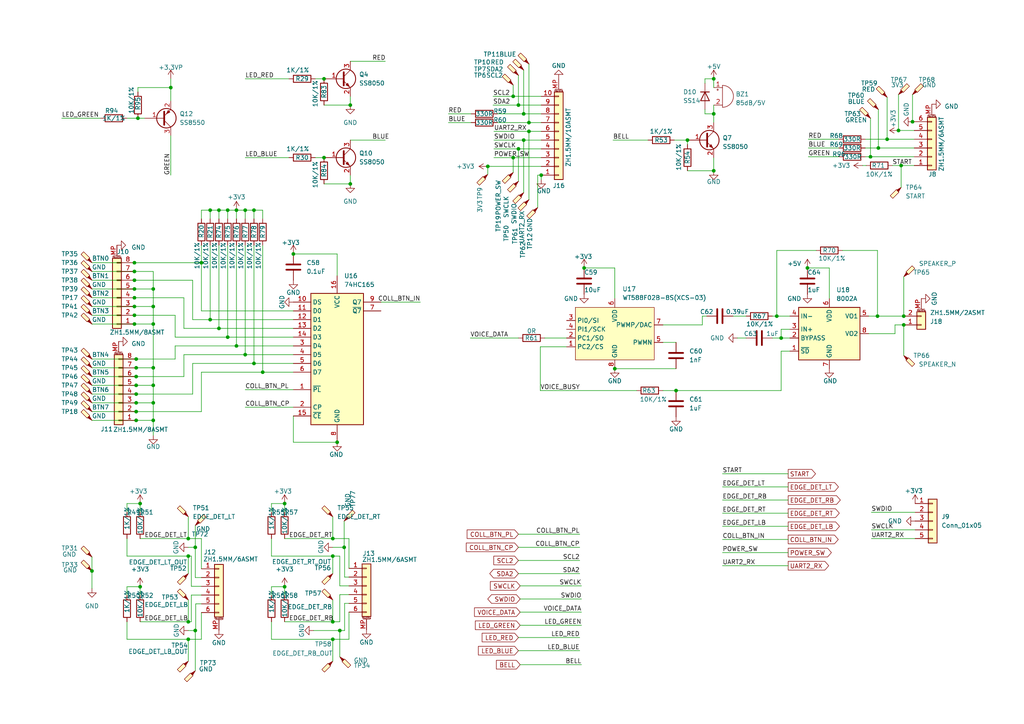
<source format=kicad_sch>
(kicad_sch (version 20231120) (generator "eeschema") (generator_version "8.0")
  (paper "A4")
  (junction (at 141.478 48.26))
  (junction (at 60.96 92.71))
  (junction (at 38.989 91.44))
  (junction (at 38.989 83.82))
  (junction (at 156.972 50.8))
  (junction (at 39.497 106.68))
  (junction (at 73.66 105.41))
  (junction (at 44.45 93.98))
  (junction (at 38.989 88.9))
  (junction (at 56.642 158.75))
  (junction (at 153.416 35.56))
  (junction (at 39.497 104.14))
  (junction (at 252.476 45.466))
  (junction (at 63.5 60.96))
  (junction (at 38.989 93.98))
  (junction (at 262.128 91.694))
  (junction (at 261.366 48.006))
  (junction (at 54.61 185.42))
  (junction (at 254.762 42.926))
  (junction (at 264.668 35.306))
  (junction (at 151.892 40.64))
  (junction (at 96.52 185.42))
  (junction (at 148.844 45.72))
  (junction (at 98.552 182.88))
  (junction (at 101.6 53.34))
  (junction (at 178.308 106.934))
  (junction (at 44.45 116.84))
  (junction (at 38.989 78.74))
  (junction (at 44.45 106.68))
  (junction (at 54.61 156.21))
  (junction (at 85.09 73.66))
  (junction (at 44.45 83.82))
  (junction (at 225.298 91.694))
  (junction (at 39.497 114.3))
  (junction (at 96.52 156.21))
  (junction (at 39.497 119.38))
  (junction (at 68.58 100.33))
  (junction (at 262.128 94.234))
  (junction (at 82.55 170.18))
  (junction (at 150.368 30.48))
  (junction (at 54.61 180.34))
  (junction (at 93.98 45.72))
  (junction (at 153.416 38.1))
  (junction (at 40.64 146.05))
  (junction (at 71.12 60.96))
  (junction (at 66.04 97.79))
  (junction (at 39.497 109.22))
  (junction (at 257.302 40.386))
  (junction (at 97.79 128.27))
  (junction (at 54.61 161.29))
  (junction (at 96.52 161.29))
  (junction (at 207.01 33.02))
  (junction (at 44.45 121.92))
  (junction (at 39.497 111.76))
  (junction (at 148.844 27.94))
  (junction (at 40.64 170.18))
  (junction (at 234.188 77.724))
  (junction (at 76.2 107.95))
  (junction (at 96.52 180.34))
  (junction (at 39.497 121.92))
  (junction (at 151.892 33.02))
  (junction (at 196.088 113.284))
  (junction (at 38.989 86.36))
  (junction (at 207.01 49.53))
  (junction (at 254.508 91.694))
  (junction (at 58.42 76.2))
  (junction (at 226.568 98.044))
  (junction (at 101.6 30.48))
  (junction (at 44.45 88.9))
  (junction (at 49.53 25.4))
  (junction (at 63.5 95.25))
  (junction (at 38.989 76.2))
  (junction (at 26.67 165.608))
  (junction (at 199.39 40.64))
  (junction (at 68.58 60.96))
  (junction (at 169.418 77.724))
  (junction (at 93.98 22.86))
  (junction (at 260.604 37.846))
  (junction (at 150.368 43.18))
  (junction (at 99.822 158.75))
  (junction (at 40.005 34.29))
  (junction (at 60.96 60.96))
  (junction (at 44.45 111.76))
  (junction (at 82.55 146.05))
  (junction (at 56.642 182.88))
  (junction (at 207.01 22.86))
  (junction (at 39.497 116.84))
  (junction (at 66.04 60.96))
  (junction (at 71.12 102.87))
  (junction (at 73.66 60.96))
  (junction (at 38.989 81.28))
  (wire (pts (xy 38.989 83.82) (xy 44.45 83.82)))
  (wire (pts (xy 60.96 92.71) (xy 55.88 92.71)))
  (wire (pts (xy 82.55 156.21) (xy 96.52 156.21)))
  (wire (pts (xy 96.52 156.21) (xy 101.219 156.21)))
  (wire (pts (xy 36.83 156.21) (xy 36.83 161.29)))
  (wire (pts (xy 240.538 77.724) (xy 240.538 86.614)))
  (wire (pts (xy 85.09 92.71) (xy 60.96 92.71)))
  (wire (pts (xy 39.497 109.22) (xy 53.34 109.22)))
  (wire (pts (xy 60.96 60.96) (xy 60.96 63.5)))
  (wire (pts (xy 209.55 148.844) (xy 228.6 148.844)))
  (wire (pts (xy 130.048 33.02) (xy 136.652 33.02)))
  (wire (pts (xy 101.6 17.78) (xy 111.76 17.78)))
  (wire (pts (xy 26.67 91.44) (xy 38.989 91.44)))
  (wire (pts (xy 53.34 95.25) (xy 53.34 86.36)))
  (wire (pts (xy 150.368 21.844) (xy 150.368 30.48)))
  (wire (pts (xy 101.219 177.546) (xy 101.219 185.42)))
  (wire (pts (xy 85.09 95.25) (xy 63.5 95.25)))
  (wire (pts (xy 143.256 45.72) (xy 148.844 45.72)))
  (wire (pts (xy 68.58 60.96) (xy 68.58 63.5)))
  (wire (pts (xy 58.42 170.053) (xy 55.499 170.053)))
  (wire (pts (xy 209.55 156.464) (xy 228.6 156.464)))
  (wire (pts (xy 226.568 113.284) (xy 226.568 101.854)))
  (wire (pts (xy 150.368 43.18) (xy 156.972 43.18)))
  (wire (pts (xy 85.09 128.27) (xy 97.79 128.27)))
  (wire (pts (xy 150.876 192.786) (xy 168.656 192.786)))
  (wire (pts (xy 150.876 173.736) (xy 168.656 173.736)))
  (wire (pts (xy 212.598 91.694) (xy 216.408 91.694)))
  (wire (pts (xy 209.55 137.414) (xy 228.6 137.414)))
  (wire (pts (xy 136.398 98.044) (xy 150.368 98.044)))
  (wire (pts (xy 58.42 167.513) (xy 56.642 167.513)))
  (wire (pts (xy 55.88 105.41) (xy 55.88 114.3)))
  (wire (pts (xy 58.42 63.5) (xy 58.42 60.96)))
  (wire (pts (xy 151.892 20.32) (xy 151.892 33.02)))
  (wire (pts (xy 156.972 50.8) (xy 156.972 52.07)))
  (wire (pts (xy 38.989 78.74) (xy 44.45 78.74)))
  (wire (pts (xy 250.952 42.926) (xy 254.762 42.926)))
  (wire (pts (xy 53.34 102.87) (xy 53.34 109.22)))
  (wire (pts (xy 54.61 185.42) (xy 54.61 191.77)))
  (wire (pts (xy 68.58 100.33) (xy 50.8 100.33)))
  (wire (pts (xy 151.892 40.64) (xy 156.972 40.64)))
  (wire (pts (xy 26.67 165.608) (xy 26.67 170.688)))
  (wire (pts (xy 258.826 48.006) (xy 261.366 48.006)))
  (wire (pts (xy 55.499 172.593) (xy 55.499 180.34)))
  (wire (pts (xy 58.42 156.21) (xy 58.42 164.973)))
  (wire (pts (xy 150.368 154.94) (xy 168.148 154.94)))
  (wire (pts (xy 36.83 172.72) (xy 36.83 170.18)))
  (wire (pts (xy 54.61 182.88) (xy 56.642 182.88)))
  (wire (pts (xy 36.83 148.59) (xy 36.83 146.05)))
  (wire (pts (xy 98.552 180.34) (xy 96.52 180.34)))
  (wire (pts (xy 148.844 45.72) (xy 148.844 50.038)))
  (wire (pts (xy 204.47 24.13) (xy 204.47 22.86)))
  (wire (pts (xy 234.188 77.724) (xy 240.538 77.724)))
  (wire (pts (xy 264.668 35.306) (xy 265.176 35.306)))
  (wire (pts (xy 56.642 194.564) (xy 56.642 182.88)))
  (wire (pts (xy 96.52 161.29) (xy 98.552 161.29)))
  (wire (pts (xy 252.73 148.59) (xy 265.43 148.59)))
  (wire (pts (xy 151.892 33.02) (xy 156.972 33.02)))
  (wire (pts (xy 207.01 30.48) (xy 207.01 33.02)))
  (wire (pts (xy 101.219 185.42) (xy 96.52 185.42)))
  (wire (pts (xy 260.604 37.846) (xy 265.176 37.846)))
  (wire (pts (xy 36.83 185.42) (xy 54.61 185.42)))
  (wire (pts (xy 44.45 116.84) (xy 44.45 121.92)))
  (wire (pts (xy 204.47 33.02) (xy 207.01 33.02)))
  (wire (pts (xy 207.01 33.02) (xy 207.01 35.56)))
  (wire (pts (xy 78.74 185.42) (xy 96.52 185.42)))
  (wire (pts (xy 40.005 25.4) (xy 49.53 25.4)))
  (wire (pts (xy 36.83 161.29) (xy 54.61 161.29)))
  (wire (pts (xy 26.67 106.68) (xy 39.497 106.68)))
  (wire (pts (xy 251.968 96.774) (xy 259.588 96.774)))
  (wire (pts (xy 254.762 42.926) (xy 265.176 42.926)))
  (wire (pts (xy 85.09 73.66) (xy 97.79 73.66)))
  (wire (pts (xy 261.366 48.006) (xy 265.176 48.006)))
  (wire (pts (xy 262.128 94.234) (xy 262.128 103.124)))
  (wire (pts (xy 99.949 158.75) (xy 99.949 167.386)))
  (wire (pts (xy 85.09 97.79) (xy 66.04 97.79)))
  (wire (pts (xy 196.088 99.314) (xy 192.278 99.314)))
  (wire (pts (xy 244.348 72.644) (xy 254.508 72.644)))
  (wire (pts (xy 99.822 151.13) (xy 99.822 158.75)))
  (wire (pts (xy 96.52 185.42) (xy 96.52 191.77)))
  (wire (pts (xy 58.42 177.673) (xy 58.42 185.42)))
  (wire (pts (xy 209.55 145.034) (xy 228.6 145.034)))
  (wire (pts (xy 204.47 22.86) (xy 207.01 22.86)))
  (wire (pts (xy 85.09 90.17) (xy 58.42 90.17)))
  (wire (pts (xy 91.44 22.86) (xy 93.98 22.86)))
  (wire (pts (xy 91.44 45.72) (xy 93.98 45.72)))
  (wire (pts (xy 71.12 45.72) (xy 83.82 45.72)))
  (wire (pts (xy 234.442 45.466) (xy 243.332 45.466)))
  (wire (pts (xy 199.39 40.64) (xy 199.39 41.91)))
  (wire (pts (xy 71.12 60.96) (xy 71.12 63.5)))
  (wire (pts (xy 262.128 80.264) (xy 262.128 91.694)))
  (wire (pts (xy 98.552 161.29) (xy 98.552 169.926)))
  (wire (pts (xy 101.219 172.466) (xy 98.552 172.466)))
  (wire (pts (xy 26.67 114.3) (xy 39.497 114.3)))
  (wire (pts (xy 58.42 107.95) (xy 58.42 119.38)))
  (wire (pts (xy 50.8 100.33) (xy 50.8 104.14)))
  (wire (pts (xy 252.73 156.21) (xy 265.43 156.21)))
  (wire (pts (xy 50.8 97.79) (xy 50.8 91.44)))
  (wire (pts (xy 78.74 146.05) (xy 82.55 146.05)))
  (wire (pts (xy 40.005 34.29) (xy 41.91 34.29)))
  (wire (pts (xy 150.876 181.356) (xy 168.656 181.356)))
  (wire (pts (xy 55.499 161.29) (xy 54.61 161.29)))
  (wire (pts (xy 26.67 83.82) (xy 38.989 83.82)))
  (wire (pts (xy 225.298 91.694) (xy 229.108 91.694)))
  (wire (pts (xy 71.12 22.86) (xy 83.82 22.86)))
  (wire (pts (xy 150.368 184.912) (xy 168.148 184.912)))
  (wire (pts (xy 55.499 170.053) (xy 55.499 161.29)))
  (wire (pts (xy 99.822 158.75) (xy 99.949 158.75)))
  (wire (pts (xy 229.108 95.504) (xy 226.568 95.504)))
  (wire (pts (xy 78.74 148.59) (xy 78.74 146.05)))
  (wire (pts (xy 26.67 76.2) (xy 38.989 76.2)))
  (wire (pts (xy 178.308 77.724) (xy 178.308 86.614)))
  (wire (pts (xy 252.73 153.67) (xy 265.43 153.67)))
  (wire (pts (xy 38.989 86.36) (xy 53.34 86.36)))
  (wire (pts (xy 58.42 185.42) (xy 54.61 185.42)))
  (wire (pts (xy 150.368 188.722) (xy 168.148 188.722)))
  (wire (pts (xy 76.2 60.96) (xy 76.2 63.5)))
  (wire (pts (xy 49.53 25.4) (xy 49.53 29.21)))
  (wire (pts (xy 207.01 22.86) (xy 207.01 25.4)))
  (wire (pts (xy 250.19 48.006) (xy 251.206 48.006)))
  (wire (pts (xy 82.55 146.05) (xy 82.55 148.59)))
  (wire (pts (xy 60.96 60.96) (xy 63.5 60.96)))
  (wire (pts (xy 71.12 118.11) (xy 85.09 118.11)))
  (wire (pts (xy 71.12 113.03) (xy 85.09 113.03)))
  (wire (pts (xy 44.45 121.92) (xy 44.45 126.238)))
  (wire (pts (xy 76.2 71.12) (xy 76.2 107.95)))
  (wire (pts (xy 99.949 182.88) (xy 99.949 175.006)))
  (wire (pts (xy 60.96 71.12) (xy 60.96 92.71)))
  (wire (pts (xy 254.762 31.75) (xy 254.762 42.926)))
  (wire (pts (xy 63.5 95.25) (xy 53.34 95.25)))
  (wire (pts (xy 26.67 119.38) (xy 39.497 119.38)))
  (wire (pts (xy 73.66 60.96) (xy 76.2 60.96)))
  (wire (pts (xy 55.88 92.71) (xy 55.88 81.28)))
  (wire (pts (xy 207.01 45.72) (xy 207.01 49.53)))
  (wire (pts (xy 143.002 27.94) (xy 148.844 27.94)))
  (wire (pts (xy 143.256 43.18) (xy 150.368 43.18)))
  (wire (pts (xy 85.09 102.87) (xy 71.12 102.87)))
  (wire (pts (xy 141.478 50.546) (xy 141.478 48.26)))
  (wire (pts (xy 54.61 173.99) (xy 54.61 180.34)))
  (wire (pts (xy 85.09 120.65) (xy 85.09 128.27)))
  (wire (pts (xy 71.12 60.96) (xy 73.66 60.96)))
  (wire (pts (xy 150.368 30.48) (xy 156.972 30.48)))
  (wire (pts (xy 143.256 40.64) (xy 151.892 40.64)))
  (wire (pts (xy 226.568 95.504) (xy 226.568 98.044)))
  (wire (pts (xy 130.048 35.56) (xy 136.652 35.56)))
  (wire (pts (xy 98.552 172.466) (xy 98.552 180.34)))
  (wire (pts (xy 101.6 27.94) (xy 101.6 30.48)))
  (wire (pts (xy 44.45 93.98) (xy 44.45 106.68)))
  (wire (pts (xy 39.497 104.14) (xy 50.8 104.14)))
  (wire (pts (xy 192.278 94.234) (xy 203.708 94.234)))
  (wire (pts (xy 39.497 111.76) (xy 44.45 111.76)))
  (wire (pts (xy 54.61 161.29) (xy 54.61 166.37)))
  (wire (pts (xy 58.42 172.593) (xy 55.499 172.593)))
  (wire (pts (xy 254.508 91.694) (xy 251.968 91.694)))
  (wire (pts (xy 71.12 102.87) (xy 53.34 102.87)))
  (wire (pts (xy 38.989 88.9) (xy 44.45 88.9)))
  (wire (pts (xy 58.42 90.17) (xy 58.42 76.2)))
  (wire (pts (xy 66.04 60.96) (xy 68.58 60.96)))
  (wire (pts (xy 153.416 35.56) (xy 156.972 35.56)))
  (wire (pts (xy 209.55 152.654) (xy 228.6 152.654)))
  (wire (pts (xy 195.58 40.64) (xy 199.39 40.64)))
  (wire (pts (xy 153.416 18.542) (xy 153.416 35.56)))
  (wire (pts (xy 26.67 88.9) (xy 38.989 88.9)))
  (wire (pts (xy 26.67 121.92) (xy 39.497 121.92)))
  (wire (pts (xy 178.308 106.934) (xy 196.088 106.934)))
  (wire (pts (xy 85.09 100.33) (xy 68.58 100.33)))
  (wire (pts (xy 78.74 172.72) (xy 78.74 170.18)))
  (wire (pts (xy 40.64 156.21) (xy 54.61 156.21)))
  (wire (pts (xy 44.45 88.9) (xy 44.45 93.98)))
  (wire (pts (xy 44.45 106.68) (xy 44.45 111.76)))
  (wire (pts (xy 66.04 71.12) (xy 66.04 97.79)))
  (wire (pts (xy 153.416 38.1) (xy 153.416 57.912)))
  (wire (pts (xy 150.876 169.926) (xy 168.656 169.926)))
  (wire (pts (xy 234.442 42.926) (xy 243.332 42.926)))
  (wire (pts (xy 39.497 119.38) (xy 58.42 119.38)))
  (wire (pts (xy 225.298 72.644) (xy 225.298 91.694)))
  (wire (pts (xy 204.47 33.02) (xy 204.47 31.75)))
  (wire (pts (xy 196.088 113.284) (xy 226.568 113.284)))
  (wire (pts (xy 143.256 38.1) (xy 153.416 38.1)))
  (wire (pts (xy 38.989 93.98) (xy 44.45 93.98)))
  (wire (pts (xy 38.989 91.44) (xy 50.8 91.44)))
  (wire (pts (xy 40.64 146.05) (xy 40.64 148.59)))
  (wire (pts (xy 71.12 71.12) (xy 71.12 102.87)))
  (wire (pts (xy 85.09 105.41) (xy 73.66 105.41)))
  (wire (pts (xy 40.64 170.18) (xy 40.64 172.72)))
  (wire (pts (xy 110.49 87.63) (xy 121.92 87.63)))
  (wire (pts (xy 58.42 71.12) (xy 58.42 76.2)))
  (wire (pts (xy 144.272 33.02) (xy 151.892 33.02)))
  (wire (pts (xy 252.476 34.29) (xy 252.476 45.466)))
  (wire (pts (xy 199.39 49.53) (xy 207.01 49.53)))
  (wire (pts (xy 26.67 93.98) (xy 38.989 93.98)))
  (wire (pts (xy 26.67 81.28) (xy 38.989 81.28)))
  (wire (pts (xy 73.66 105.41) (xy 55.88 105.41)))
  (wire (pts (xy 54.61 149.86) (xy 54.61 156.21)))
  (wire (pts (xy 96.52 161.29) (xy 96.52 166.37)))
  (wire (pts (xy 56.642 158.75) (xy 56.642 167.513)))
  (wire (pts (xy 254.508 91.694) (xy 262.128 91.694)))
  (wire (pts (xy 44.45 83.82) (xy 44.45 88.9)))
  (wire (pts (xy 177.8 40.64) (xy 187.96 40.64)))
  (wire (pts (xy 264.668 27.432) (xy 264.668 35.306)))
  (wire (pts (xy 261.366 48.006) (xy 261.366 54.356)))
  (wire (pts (xy 156.718 113.284) (xy 156.718 100.584)))
  (wire (pts (xy 157.988 98.044) (xy 164.338 98.044)))
  (wire (pts (xy 226.568 101.854) (xy 229.108 101.854)))
  (wire (pts (xy 63.5 60.96) (xy 63.5 63.5)))
  (wire (pts (xy 56.642 158.75) (xy 54.61 158.75)))
  (wire (pts (xy 203.708 91.694) (xy 203.708 94.234)))
  (wire (pts (xy 44.45 78.74) (xy 44.45 83.82)))
  (wire (pts (xy 39.497 114.3) (xy 55.88 114.3)))
  (wire (pts (xy 76.2 107.95) (xy 58.42 107.95)))
  (wire (pts (xy 151.892 55.88) (xy 151.892 40.64)))
  (wire (pts (xy 36.83 180.34) (xy 36.83 185.42)))
  (wire (pts (xy 26.67 116.84) (xy 39.497 116.84)))
  (wire (pts (xy 40.005 25.4) (xy 40.005 26.67)))
  (wire (pts (xy 56.769 175.133) (xy 56.769 182.88)))
  (wire (pts (xy 39.497 116.84) (xy 44.45 116.84)))
  (wire (pts (xy 148.844 24.638) (xy 148.844 27.94)))
  (wire (pts (xy 203.708 91.694) (xy 204.978 91.694)))
  (wire (pts (xy 38.989 76.2) (xy 58.42 76.2)))
  (wire (pts (xy 257.302 28.194) (xy 257.302 40.386)))
  (wire (pts (xy 101.6 40.64) (xy 111.76 40.64)))
  (wire (pts (xy 90.932 182.88) (xy 98.552 182.88)))
  (wire (pts (xy 78.74 161.29) (xy 96.52 161.29)))
  (wire (pts (xy 97.79 73.66) (xy 97.79 80.01)))
  (wire (pts (xy 98.552 169.926) (xy 101.219 169.926)))
  (wire (pts (xy 68.58 71.12) (xy 68.58 100.33)))
  (wire (pts (xy 155.956 60.198) (xy 155.956 50.8)))
  (wire (pts (xy 82.55 170.18) (xy 82.55 172.72)))
  (wire (pts (xy 259.588 96.774) (xy 259.588 94.234)))
  (wire (pts (xy 209.55 141.224) (xy 228.6 141.224)))
  (wire (pts (xy 49.53 22.86) (xy 49.53 25.4)))
  (wire (pts (xy 26.67 109.22) (xy 39.497 109.22)))
  (wire (pts (xy 49.53 39.37) (xy 49.53 50.8)))
  (wire (pts (xy 155.956 50.8) (xy 156.972 50.8)))
  (wire (pts (xy 17.907 34.29) (xy 29.21 34.29)))
  (wire (pts (xy 156.718 100.584) (xy 164.338 100.584)))
  (wire (pts (xy 224.028 91.694) (xy 225.298 91.694)))
  (wire (pts (xy 148.844 45.72) (xy 156.972 45.72)))
  (wire (pts (xy 85.09 107.95) (xy 76.2 107.95)))
  (wire (pts (xy 58.42 60.96) (xy 60.96 60.96)))
  (wire (pts (xy 234.442 40.386) (xy 243.332 40.386)))
  (wire (pts (xy 101.219 156.21) (xy 101.219 164.846)))
  (wire (pts (xy 73.66 60.96) (xy 73.66 63.5)))
  (wire (pts (xy 236.728 72.644) (xy 225.298 72.644)))
  (wire (pts (xy 63.5 60.96) (xy 66.04 60.96)))
  (wire (pts (xy 26.67 78.74) (xy 38.989 78.74)))
  (wire (pts (xy 98.552 190.5) (xy 98.552 182.88)))
  (wire (pts (xy 224.028 98.044) (xy 226.568 98.044)))
  (wire (pts (xy 56.642 152.4) (xy 56.642 158.75)))
  (wire (pts (xy 216.408 98.044) (xy 213.868 98.044)))
  (wire (pts (xy 254.508 72.644) (xy 254.508 91.694)))
  (wire (pts (xy 143.002 30.48) (xy 150.368 30.48)))
  (wire (pts (xy 78.74 170.18) (xy 82.55 170.18)))
  (wire (pts (xy 26.67 104.14) (xy 39.497 104.14)))
  (wire (pts (xy 39.497 121.92) (xy 44.45 121.92)))
  (wire (pts (xy 250.952 40.386) (xy 257.302 40.386)))
  (wire (pts (xy 82.55 180.34) (xy 96.52 180.34)))
  (wire (pts (xy 66.04 97.79) (xy 50.8 97.79)))
  (wire (pts (xy 150.876 177.546) (xy 168.656 177.546)))
  (wire (pts (xy 36.83 170.18) (xy 40.64 170.18)))
  (wire (pts (xy 26.67 111.76) (xy 39.497 111.76)))
  (wire (pts (xy 101.6 50.8) (xy 101.6 53.34)))
  (wire (pts (xy 56.642 182.88) (xy 56.769 182.88)))
  (wire (pts (xy 54.61 156.21) (xy 58.42 156.21)))
  (wire (pts (xy 26.67 161.544) (xy 26.67 165.608)))
  (wire (pts (xy 96.52 173.99) (xy 96.52 180.34)))
  (wire (pts (xy 98.552 182.88) (xy 99.949 182.88)))
  (wire (pts (xy 38.989 81.28) (xy 55.88 81.28)))
  (wire (pts (xy 99.949 175.006) (xy 101.219 175.006)))
  (wire (pts (xy 257.302 40.386) (xy 265.176 40.386)))
  (wire (pts (xy 26.67 86.36) (xy 38.989 86.36)))
  (wire (pts (xy 153.416 38.1) (xy 156.972 38.1)))
  (wire (pts (xy 39.497 106.68) (xy 44.45 106.68)))
  (wire (pts (xy 169.418 77.724) (xy 178.308 77.724)))
  (wire (pts (xy 260.604 27.432) (xy 260.604 37.846)))
  (wire (pts (xy 184.658 113.284) (xy 156.718 113.284)))
  (wire (pts (xy 36.83 146.05) (xy 40.64 146.05)))
  (wire (pts (xy 148.844 27.94) (xy 156.972 27.94)))
  (wire (pts (xy 101.6 53.34) (xy 93.98 53.34)))
  (wire (pts (xy 226.568 98.044) (xy 229.108 98.044)))
  (wire (pts (xy 252.476 45.466) (xy 265.176 45.466)))
  (wire (pts (xy 66.04 60.96) (xy 66.04 63.5)))
  (wire (pts (xy 192.278 113.284) (xy 196.088 113.284)))
  (wire (pts (xy 36.83 34.29) (xy 40.005 34.29)))
  (wire (pts (xy 150.368 166.37) (xy 168.148 166.37)))
  (wire (pts (xy 99.949 167.386) (xy 101.219 167.386)))
  (wire (pts (xy 44.45 111.76) (xy 44.45 116.84)))
  (wire (pts (xy 150.368 52.578) (xy 150.368 43.18)))
  (wire (pts (xy 78.74 156.21) (xy 78.74 161.29)))
  (wire (pts (xy 209.55 160.274) (xy 228.6 160.274)))
  (wire (pts (xy 96.52 158.75) (xy 99.822 158.75)))
  (wire (pts (xy 150.368 162.56) (xy 168.148 162.56)))
  (wire (pts (xy 58.42 175.133) (xy 56.769 175.133)))
  (wire (pts (xy 150.368 158.75) (xy 168.148 158.75)))
  (wire (pts (xy 141.478 48.26) (xy 156.972 48.26)))
  (wire (pts (xy 63.5 71.12) (xy 63.5 95.25)))
  (wire (pts (xy 144.272 35.56) (xy 153.416 35.56)))
  (wire (pts (xy 209.55 164.084) (xy 228.6 164.084)))
  (wire (pts (xy 250.952 45.466) (xy 252.476 45.466)))
  (wire (pts (xy 101.6 30.48) (xy 93.98 30.48)))
  (wire (pts (xy 78.74 180.34) (xy 78.74 185.42)))
  (wire (pts (xy 55.499 180.34) (xy 54.61 180.34)))
  (wire (pts (xy 40.64 180.34) (xy 54.61 180.34)))
  (wire (pts (xy 68.58 60.96) (xy 71.12 60.96)))
  (wire (pts (xy 96.52 149.86) (xy 96.52 156.21)))
  (wire (pts (xy 259.588 94.234) (xy 262.128 94.234)))
  (wire (pts (xy 73.66 71.12) (xy 73.66 105.41)))
  (label "SWCLK" (at 168.656 169.926 180))
  (label "UART2_RX" (at 143.256 38.1 0))
  (label "BELL" (at 177.8 40.64 0))
  (label "EDGE_DET_LB" (at 41.91 180.34 0))
  (label "SWDIO" (at 168.656 173.736 180))
  (label "EDGE_DET_RT" (at 209.55 148.844 0))
  (label "SWCLK" (at 252.73 153.67 0))
  (label "LED_RED" (at 71.12 22.86 0))
  (label "SDA2" (at 168.148 166.37 180))
  (label "SWCLK" (at 143.256 43.18 0))
  (label "UART2_RX" (at 209.55 164.084 0))
  (label "EDGE_DET_LB" (at 209.55 152.654 0))
  (label "POWER_SW" (at 143.256 45.72 0))
  (label "EDGE_DET_RT" (at 83.82 156.21 0))
  (label "COLL_BTN_IN" (at 121.92 87.63 180))
  (label "EDGE_DET_RB" (at 209.55 145.034 0))
  (label "LED_BLUE" (at 71.12 45.72 0))
  (label "LED_RED" (at 168.148 184.912 180))
  (label "BLUE" (at 130.048 35.56 0))
  (label "COLL_BTN_IN" (at 209.55 156.464 0))
  (label "EDGE_DET_LT" (at 209.55 141.224 0))
  (label "COLL_BTN_PL" (at 168.148 154.94 180))
  (label "COLL_BTN_CP" (at 71.12 118.11 0))
  (label "SCL2" (at 143.002 27.94 0))
  (label "GREEN" (at 234.442 45.466 0))
  (label "LED_GREEN" (at 17.907 34.29 0))
  (label "BELL" (at 168.656 192.786 180))
  (label "EDGE_DET_RB" (at 83.82 180.34 0))
  (label "VOICE_DATA" (at 168.656 177.546 180))
  (label "BLUE" (at 107.95 40.64 0))
  (label "RED" (at 234.442 40.386 0))
  (label "COLL_BTN_CP" (at 168.148 158.75 180))
  (label "UART2_RX" (at 252.73 156.21 0))
  (label "SDA2" (at 143.002 30.48 0))
  (label "RED" (at 107.95 17.78 0))
  (label "LED_BLUE" (at 168.148 188.722 180))
  (label "EDGE_DET_LT" (at 41.91 156.21 0))
  (label "BLUE" (at 234.442 42.926 0))
  (label "START" (at 209.55 137.414 0))
  (label "COLL_BTN_PL" (at 71.12 113.03 0))
  (label "POWER_SW" (at 209.55 160.274 0))
  (label "LED_GREEN" (at 168.656 181.356 180))
  (label "VOICE_DATA" (at 136.398 98.044 0))
  (label "VOICE_BUSY" (at 156.718 113.284 0))
  (label "SCL2" (at 168.148 162.56 180))
  (label "SWDIO" (at 143.256 40.64 0))
  (label "SWDIO" (at 252.73 148.59 0))
  (label "RED" (at 130.048 33.02 0))
  (label "START" (at 258.826 48.006 0))
  (label "GREEN" (at 49.53 50.8 90))
  (global_label "COLL_BTN_PL" (shape input) (at 150.368 154.94 180) (property "Intersheetrefs" "${INTERSHEET_REFS}" (effects (hide yes))))
  (global_label "SDA2" (shape bidirectional) (at 150.368 166.37 180) (property "Intersheetrefs" "${INTERSHEET_REFS}" (effects (hide yes))))
  (global_label "POWER_SW" (shape output) (at 228.6 160.274 0) (property "Intersheetrefs" "${INTERSHEET_REFS}" (effects (hide yes))))
  (global_label "LED_RED" (shape input) (at 150.368 184.912 180) (property "Intersheetrefs" "${INTERSHEET_REFS}" (effects (hide yes))))
  (global_label "EDGE_DET_RT" (shape output) (at 228.6 148.844 0) (property "Intersheetrefs" "${INTERSHEET_REFS}" (effects (hide yes))))
  (global_label "SWDIO" (shape bidirectional) (at 150.876 173.736 180) (property "Intersheetrefs" "${INTERSHEET_REFS}" (effects (hide yes))))
  (global_label "COLL_BTN_IN" (shape output) (at 228.6 156.464 0) (property "Intersheetrefs" "${INTERSHEET_REFS}" (effects (hide yes))))
  (global_label "EDGE_DET_LT" (shape output) (at 228.6 141.224 0) (property "Intersheetrefs" "${INTERSHEET_REFS}" (effects (hide yes))))
  (global_label "EDGE_DET_LB" (shape output) (at 228.6 152.654 0) (property "Intersheetrefs" "${INTERSHEET_REFS}" (effects (hide yes))))
  (global_label "START" (shape output) (at 228.6 137.414 0) (property "Intersheetrefs" "${INTERSHEET_REFS}" (effects (hide yes))))
  (global_label "SWCLK" (shape input) (at 150.876 169.926 180) (property "Intersheetrefs" "${INTERSHEET_REFS}" (effects (hide yes))))
  (global_label "VOICE_DATA" (shape input) (at 150.876 177.546 180) (property "Intersheetrefs" "${INTERSHEET_REFS}" (effects (hide yes))))
  (global_label "SCL2" (shape input) (at 150.368 162.56 180) (property "Intersheetrefs" "${INTERSHEET_REFS}" (effects (hide yes))))
  (global_label "LED_BLUE" (shape input) (at 150.368 188.722 180) (property "Intersheetrefs" "${INTERSHEET_REFS}" (effects (hide yes))))
  (global_label "COLL_BTN_CP" (shape input) (at 150.368 158.75 180) (property "Intersheetrefs" "${INTERSHEET_REFS}" (effects (hide yes))))
  (global_label "UART2_RX" (shape output) (at 228.6 164.084 0) (property "Intersheetrefs" "${INTERSHEET_REFS}" (effects (hide yes))))
  (global_label "EDGE_DET_RB" (shape output) (at 228.6 145.034 0) (property "Intersheetrefs" "${INTERSHEET_REFS}" (effects (hide yes))))
  (global_label "LED_GREEN" (shape input) (at 150.876 181.356 180) (property "Intersheetrefs" "${INTERSHEET_REFS}" (effects (hide yes))))
  (global_label "BELL" (shape input) (at 150.876 192.786 180) (property "Intersheetrefs" "${INTERSHEET_REFS}" (effects (hide yes))))
  (symbol (lib_id "Ovo_Amplifier:8002A") (at 240.538 96.774 0) (unit 1)
    (property "Reference" "U18" (at 242.5574 84.074 0) (effects (justify left)))
    (property "Value" "8002A" (at 242.5574 86.614 0) (effects (justify left)))
    (property "Footprint" "Package_SO:SOIC-8_3.9x4.9mm_P1.27mm" (effects (hide yes)))
  )
  (symbol (lib_id "Connector:TestPoint_Probe") (at 153.416 57.912 180) (unit 1)
    (property "Reference" "TP62" (at 151.638 74.93 90) (effects (justify right)))
    (property "Value" "UART2_RX" (at 151.384 70.612 90) (effects (justify right)))
    (property "Footprint" "TestPoint:TestPoint_Pad_D1.0mm" (effects (hide yes)))
  )
  (symbol (lib_id "Connector:TestPoint_Probe") (at 264.668 27.432 0) (unit 1)
    (property "Reference" "TP68" (at 271.272 23.114 0) (effects (justify right)))
    (property "Value" "GND" (at 271.526 24.638 0) (effects (justify right)))
    (property "Footprint" "TestPoint:TestPoint_Pad_D1.0mm" (effects (hide yes)))
  )
  (symbol (lib_id "Device:R") (at 93.98 26.67 180) (unit 1)
    (property "Reference" "R83" (at 93.98 28.575 90) (effects (justify right)))
    (property "Value" "10K/1%" (at 91.44 31.115 90) (effects (justify right)))
    (property "Footprint" "Resistor_SMD:R_0603_1608Metric" (effects (hide yes)))
  )
  (symbol (lib_id "Device:R") (at 63.5 67.31 0) (unit 1)
    (property "Reference" "R74" (at 63.5 69.215 90) (effects (justify left)))
    (property "Value" "10K/1%" (at 62.23 78.105 90) (effects (justify left)))
    (property "Footprint" "Resistor_SMD:R_0603_1608Metric" (effects (hide yes)))
  )
  (symbol (lib_id "Device:C") (at 234.188 81.534 0) (unit 1)
    (property "Reference" "C64" (at 234.188 78.994 0) (effects (justify left)))
    (property "Value" "1uF" (at 234.188 84.074 0) (effects (justify left)))
    (property "Footprint" "Capacitor_SMD:C_0603_1608Metric" (effects (hide yes)))
  )
  (symbol (lib_id "Connector:TestPoint_Probe") (at 26.67 106.68 90) (unit 1)
    (property "Reference" "TP44" (at 17.78 104.14 90) (effects (justify right)))
    (property "Value" "GND" (at 26.67 105.41 90) (effects (justify right)))
    (property "Footprint" "TestPoint:TestPoint_Pad_D1.0mm" (effects (hide yes)))
  )
  (symbol (lib_id "Connector_Generic_MountingPin:Conn_01x06_MountingPin") (at 63.5 170.053 0) (unit 1)
    (property "Reference" "J12" (at 59.055 160.147 0) (effects (justify left)))
    (property "Value" "ZH1.5MM/6ASMT" (at 58.928 162.179 0) (effects (justify left)))
    (property "Footprint" "Ovo_Connector_JST:JST_ZH_B6B-ZR-SM4-TF_1x06-1MP_P1.50mm_Vertical" (effects (hide yes)))
  )
  (symbol (lib_id "Connector:TestPoint_Probe") (at 54.61 149.86 90) (unit 1)
    (property "Reference" "TP51" (at 55.88 147.32 90) (effects (justify right)))
    (property "Value" "EDGE_DET_LT" (at 55.88 149.86 90) (effects (justify right)))
    (property "Footprint" "TestPoint:TestPoint_Pad_D1.0mm" (effects (hide yes)))
  )
  (symbol (lib_id "power:+3V3") (at 141.478 48.26 90) (unit 1)
    (property "Reference" "#PWR0214" (effects (hide yes)))
    (property "Value" "+3V3" (at 137.668 48.2599 90) (effects (justify left)))
  )
  (symbol (lib_id "Device:R") (at 40.64 152.4 0) (unit 1)
    (property "Reference" "R51" (at 40.64 148.59 0) (effects (justify left)))
    (property "Value" "10K/1%" (at 40.64 154.94 90) (effects (justify left)))
    (property "Footprint" "Resistor_SMD:R_0603_1608Metric" (effects (hide yes)))
  )
  (symbol (lib_id "power:+3V3") (at 250.19 48.006 90) (unit 1)
    (property "Reference" "#PWR0198" (effects (hide yes)))
    (property "Value" "+3V3" (at 246.634 48.006 90) (effects (justify left)))
  )
  (symbol (lib_id "Device:R") (at 247.142 45.466 270) (unit 1)
    (property "Reference" "R96" (at 243.332 44.704 90))
    (property "Value" "330R" (at 247.396 45.466 90))
    (property "Footprint" "Resistor_SMD:R_0603_1608Metric" (effects (hide yes)))
  )
  (symbol (lib_id "power:+3V3") (at 82.55 146.05 0) (unit 1)
    (property "Reference" "#PWR0205" (effects (hide yes)))
    (property "Value" "+3V3" (at 82.042 142.494 0))
  )
  (symbol (lib_id "Connector:TestPoint_Probe") (at 261.366 54.356 180) (unit 1)
    (property "Reference" "TP64" (at 262.636 54.356 0) (effects (justify right)))
    (property "Value" "START" (at 262.636 56.896 0) (effects (justify right)))
    (property "Footprint" "TestPoint:TestPoint_Pad_D1.0mm" (effects (hide yes)))
  )
  (symbol (lib_id "power:GND") (at 101.6 30.48 0) (unit 1)
    (property "Reference" "#PWR0224" (effects (hide yes)))
    (property "Value" "GND" (at 101.6 35.56 0))
  )
  (symbol (lib_id "Device:R") (at 140.462 35.56 90) (unit 1)
    (property "Reference" "R60" (at 145.034 34.798 90))
    (property "Value" "330R" (at 140.462 35.56 90))
    (property "Footprint" "Resistor_SMD:R_0603_1608Metric" (effects (hide yes)))
  )
  (symbol (lib_id "Connector:TestPoint_Probe") (at 56.642 194.564 180) (unit 1)
    (property "Reference" "TP73" (at 57.912 192.278 0) (effects (justify right)))
    (property "Value" "GND" (at 57.658 194.056 0) (effects (justify right)))
    (property "Footprint" "TestPoint:TestPoint_Pad_D1.0mm" (effects (hide yes)))
  )
  (symbol (lib_id "Device:R") (at 82.55 176.53 0) (unit 1)
    (property "Reference" "R58" (at 82.55 172.72 0) (effects (justify left)))
    (property "Value" "10K/1%" (at 82.55 179.07 90) (effects (justify left)))
    (property "Footprint" "Resistor_SMD:R_0603_1608Metric" (effects (hide yes)))
  )
  (symbol (lib_id "Device:R") (at 140.462 33.02 90) (unit 1)
    (property "Reference" "R59" (at 145.034 32.258 90))
    (property "Value" "330R" (at 140.462 33.02 90))
    (property "Footprint" "Resistor_SMD:R_0603_1608Metric" (effects (hide yes)))
  )
  (symbol (lib_id "Connector_Generic_MountingPin:Conn_01x10_MountingPin") (at 162.052 40.64 0) (mirror x) (unit 1)
    (property "Reference" "J16" (at 160.274 53.848 0) (effects (justify left)))
    (property "Value" "ZH1.5MM/10ASMT" (at 164.846 31.242 90) (effects (justify left)))
    (property "Footprint" "Ovo_Connector_JST:JST_ZH_B10B-ZR-SM4-TF_1x10-1MP_P1.50mm_Vertical" (effects (hide yes)))
  )
  (symbol (lib_id "Ovo_Audio:WT588F02B-8S") (at 178.308 96.774 0) (unit 1)
    (property "Reference" "U17" (at 180.5021 83.82 0) (effects (justify left)))
    (property "Value" "WT588F02B-8S(XCS-03)" (at 180.5021 86.36 0) (effects (justify left)))
    (property "Footprint" "Package_SO:SOIC-8_3.9x4.9mm_P1.27mm" (effects (hide yes)))
  )
  (symbol (lib_id "power:GND") (at 234.188 85.344 0) (unit 1)
    (property "Reference" "#PWR0203" (effects (hide yes)))
    (property "Value" "GND" (at 230.378 86.614 0))
  )
  (symbol (lib_id "Device:R") (at 40.005 30.48 0) (unit 1)
    (property "Reference" "R95" (at 40.005 32.004 90) (effects (justify left)))
    (property "Value" "10K/1%" (at 38.1 33.02 90) (effects (justify left)))
    (property "Footprint" "Resistor_SMD:R_0603_1608Metric" (effects (hide yes)))
  )
  (symbol (lib_id "Device:C") (at 196.088 103.124 0) (unit 1)
    (property "Reference" "C60" (at 199.898 101.8539 0) (effects (justify left)))
    (property "Value" "1nF" (at 199.898 104.3939 0) (effects (justify left)))
    (property "Footprint" "Capacitor_SMD:C_0603_1608Metric" (effects (hide yes)))
  )
  (symbol (lib_id "Device:R") (at 36.83 152.4 0) (unit 1)
    (property "Reference" "R49" (at 36.83 148.59 0) (effects (justify left)))
    (property "Value" "1K/1%" (at 36.83 153.67 90) (effects (justify left)))
    (property "Footprint" "Resistor_SMD:R_0603_1608Metric" (effects (hide yes)))
  )
  (symbol (lib_id "Connector:TestPoint_Probe") (at 98.552 190.5 270) (unit 1)
    (property "Reference" "TP34" (at 107.442 193.04 90) (effects (justify right)))
    (property "Value" "GND" (at 106.68 191.516 90) (effects (justify right)))
    (property "Footprint" "TestPoint:TestPoint_Pad_D1.0mm" (effects (hide yes)))
  )
  (symbol (lib_id "Connector_Generic_MountingPin:Conn_01x06_MountingPin") (at 106.299 169.926 0) (unit 1)
    (property "Reference" "J13" (at 105.156 160.528 0) (effects (justify left)))
    (property "Value" "ZH1.5MM/6ASMT" (at 105.029 162.306 0) (effects (justify left)))
    (property "Footprint" "Ovo_Connector_JST:JST_ZH_B6B-ZR-SM4-TF_1x06-1MP_P1.50mm_Vertical" (effects (hide yes)))
  )
  (symbol (lib_id "Connector:TestPoint_Probe") (at 26.67 109.22 90) (unit 1)
    (property "Reference" "TP45" (at 17.78 106.68 90) (effects (justify right)))
    (property "Value" "BTN5" (at 26.67 107.95 90) (effects (justify right)))
    (property "Footprint" "TestPoint:TestPoint_Pad_D1.0mm" (effects (hide yes)))
  )
  (symbol (lib_id "power:+3V3") (at 169.418 77.724 0) (unit 1)
    (property "Reference" "#PWR0193" (effects (hide yes)))
    (property "Value" "+3V3" (at 169.164 74.422 0))
  )
  (symbol (lib_id "Device:R") (at 58.42 67.31 0) (unit 1)
    (property "Reference" "R20" (at 58.42 69.088 90) (effects (justify left)))
    (property "Value" "10K/1%" (at 57.15 78.105 90) (effects (justify left)))
    (property "Footprint" "Resistor_SMD:R_0603_1608Metric" (effects (hide yes)))
  )
  (symbol (lib_id "Connector:TestPoint_Probe") (at 26.67 83.82 90) (unit 1)
    (property "Reference" "TP38" (at 17.78 81.28 90) (effects (justify right)))
    (property "Value" "GND" (at 26.67 82.55 90) (effects (justify right)))
    (property "Footprint" "TestPoint:TestPoint_Pad_D1.0mm" (effects (hide yes)))
  )
  (symbol (lib_id "Device:R") (at 87.63 45.72 90) (unit 1)
    (property "Reference" "R30" (at 87.63 45.72 90))
    (property "Value" "1K/1%" (at 86.36 43.18 90))
    (property "Footprint" "Resistor_SMD:R_0603_1608Metric" (effects (hide yes)))
  )
  (symbol (lib_id "Device:R") (at 220.218 91.694 90) (unit 1)
    (property "Reference" "R67" (at 220.218 91.694 90))
    (property "Value" "10K/1%" (at 220.345 93.98 90))
    (property "Footprint" "Resistor_SMD:R_0603_1608Metric" (effects (hide yes)))
  )
  (symbol (lib_id "Device:C") (at 196.088 117.094 0) (unit 1)
    (property "Reference" "C61" (at 199.898 115.8239 0) (effects (justify left)))
    (property "Value" "1uF" (at 199.898 118.3639 0) (effects (justify left)))
    (property "Footprint" "Capacitor_SMD:C_0603_1608Metric" (effects (hide yes)))
  )
  (symbol (lib_id "Connector:TestPoint_Probe") (at 26.67 76.2 90) (unit 1)
    (property "Reference" "TP35" (at 17.78 73.66 90) (effects (justify right)))
    (property "Value" "BTN0" (at 26.67 74.93 90) (effects (justify right)))
    (property "Footprint" "TestPoint:TestPoint_Pad_D1.0mm" (effects (hide yes)))
  )
  (symbol (lib_id "Connector:TestPoint_Probe") (at 96.52 191.77 180) (unit 1)
    (property "Reference" "TP58" (at 91.313 186.817 0) (effects (justify right)))
    (property "Value" "EDGE_DET_RB_OUT" (at 78.994 189.484 0) (effects (justify right)))
    (property "Footprint" "TestPoint:TestPoint_Pad_D1.0mm" (effects (hide yes)))
  )
  (symbol (lib_id "power:+3V3") (at 40.64 146.05 0) (unit 1)
    (property "Reference" "#PWR0206" (effects (hide yes)))
    (property "Value" "+3V3" (at 40.132 142.494 0))
  )
  (symbol (lib_id "Connector:TestPoint_Probe") (at 150.368 52.578 180) (unit 1)
    (property "Reference" "TP50" (at 146.812 70.104 90) (effects (justify right)))
    (property "Value" "SWCLK" (at 146.812 63.246 90) (effects (justify right)))
    (property "Footprint" "TestPoint:TestPoint_Pad_D1.0mm" (effects (hide yes)))
  )
  (symbol (lib_id "power:GND") (at 101.6 53.34 0) (unit 1)
    (property "Reference" "#PWR0225" (effects (hide yes)))
    (property "Value" "GND" (at 101.6 58.42 0))
  )
  (symbol (lib_id "Device:Q_PNP_BEC") (at 46.99 34.29 0) (mirror x) (unit 1)
    (property "Reference" "Q12" (at 52.07 33.0199 0) (effects (justify left)))
    (property "Value" "SS8550" (at 52.07 35.5599 0) (effects (justify left)))
    (property "Footprint" "Package_TO_SOT_SMD:SOT-23" (effects (hide yes)))
  )
  (symbol (lib_id "power:GND") (at 33.909 71.12 90) (unit 1)
    (property "Reference" "#PWR026" (effects (hide yes)))
    (property "Value" "GND" (at 38.1 71.755 90) (effects (justify right)))
  )
  (symbol (lib_id "power:GND") (at 44.45 126.238 0) (unit 1)
    (property "Reference" "#PWR0204" (effects (hide yes)))
    (property "Value" "GND" (at 44.45 129.54 0))
  )
  (symbol (lib_id "power:GND") (at 54.61 158.75 270) (unit 1)
    (property "Reference" "#PWR0216" (effects (hide yes)))
    (property "Value" "GND" (at 51.054 160.782 0) (effects (justify right)))
  )
  (symbol (lib_id "power:GND") (at 265.43 151.13 270) (unit 1)
    (property "Reference" "#PWR0101" (effects (hide yes)))
    (property "Value" "GND" (at 261.62 151.1299 90) (effects (justify right)))
  )
  (symbol (lib_id "Device:R") (at 40.64 176.53 0) (unit 1)
    (property "Reference" "R52" (at 40.64 172.72 0) (effects (justify left)))
    (property "Value" "10K/1%" (at 40.64 179.07 90) (effects (justify left)))
    (property "Footprint" "Resistor_SMD:R_0603_1608Metric" (effects (hide yes)))
  )
  (symbol (lib_id "Device:R") (at 36.83 176.53 0) (unit 1)
    (property "Reference" "R50" (at 36.83 172.72 0) (effects (justify left)))
    (property "Value" "1K/1%" (at 36.83 177.8 90) (effects (justify left)))
    (property "Footprint" "Resistor_SMD:R_0603_1608Metric" (effects (hide yes)))
  )
  (symbol (lib_id "Device:R") (at 71.12 67.31 0) (unit 1)
    (property "Reference" "R77" (at 71.12 69.215 90) (effects (justify left)))
    (property "Value" "10K/1%" (at 69.85 78.105 90) (effects (justify left)))
    (property "Footprint" "Resistor_SMD:R_0603_1608Metric" (effects (hide yes)))
  )
  (symbol (lib_id "power:GND") (at 85.09 81.28 0) (unit 1)
    (property "Reference" "#PWR0209" (effects (hide yes)))
    (property "Value" "GND" (at 85.09 84.836 0))
  )
  (symbol (lib_id "power:GND") (at 63.5 182.753 0) (unit 1)
    (property "Reference" "#PWR020" (effects (hide yes)))
    (property "Value" "GND" (at 65.532 186.436 0) (effects (justify right)))
  )
  (symbol (lib_id "power:GND") (at 162.052 22.86 180) (unit 1)
    (property "Reference" "#PWR018" (effects (hide yes)))
    (property "Value" "GND" (at 162.052 19.05 0))
  )
  (symbol (lib_id "power:GND") (at 85.09 87.63 270) (unit 1)
    (property "Reference" "#PWR0207" (effects (hide yes)))
    (property "Value" "GND" (at 81.788 89.662 0) (effects (justify right)))
  )
  (symbol (lib_id "Connector:TestPoint_Probe") (at 151.892 20.32 90) (unit 1)
    (property "Reference" "TP10" (at 137.414 18.034 90) (effects (justify right)))
    (property "Value" "RED" (at 142.24 18.034 90) (effects (justify right)))
    (property "Footprint" "TestPoint:TestPoint_Pad_D1.0mm" (effects (hide yes)))
  )
  (symbol (lib_id "Connector:TestPoint_Probe") (at 148.844 50.038 180) (unit 1)
    (property "Reference" "TP19" (at 144.526 67.31 90) (effects (justify right)))
    (property "Value" "POWER_SW" (at 144.526 62.484 90) (effects (justify right)))
    (property "Footprint" "TestPoint:TestPoint_Pad_D1.0mm" (effects (hide yes)))
  )
  (symbol (lib_id "Device:R") (at 73.66 67.31 0) (unit 1)
    (property "Reference" "R78" (at 73.66 69.215 90) (effects (justify left)))
    (property "Value" "10K/1%" (at 72.39 78.105 90) (effects (justify left)))
    (property "Footprint" "Resistor_SMD:R_0603_1608Metric" (effects (hide yes)))
  )
  (symbol (lib_id "Device:Buzzer") (at 209.55 27.94 0) (unit 1)
    (property "Reference" "BZ1" (at 213.36 27.305 0) (effects (justify left)))
    (property "Value" "85dB/5V" (at 213.36 29.845 0) (effects (justify left)))
    (property "Footprint" "Buzzer_Beeper:Buzzer_12x9.5RM7.6" (effects (hide yes)))
  )
  (symbol (lib_id "Device:Q_NPN_BEC") (at 204.47 40.64 0) (unit 1)
    (property "Reference" "Q7" (at 209.55 40.005 0) (effects (justify left)))
    (property "Value" "SS8050" (at 209.55 42.545 0) (effects (justify left)))
    (property "Footprint" "Package_TO_SOT_SMD:SOT-23" (effects (hide yes)))
  )
  (symbol (lib_id "power:+5V") (at 207.01 22.86 0) (unit 1)
    (property "Reference" "#PWR0219" (effects (hide yes)))
    (property "Value" "+5V" (at 207.01 19.304 0))
  )
  (symbol (lib_id "power:GND") (at 34.417 99.06 90) (unit 1)
    (property "Reference" "#PWR025" (effects (hide yes)))
    (property "Value" "GND" (at 38.1 99.695 90) (effects (justify right)))
  )
  (symbol (lib_id "Connector:TestPoint_Probe") (at 26.67 81.28 90) (unit 1)
    (property "Reference" "TP37" (at 17.78 78.74 90) (effects (justify right)))
    (property "Value" "BTN1" (at 26.67 80.01 90) (effects (justify right)))
    (property "Footprint" "TestPoint:TestPoint_Pad_D1.0mm" (effects (hide yes)))
  )
  (symbol (lib_id "Connector:TestPoint_Probe") (at 26.67 111.76 90) (unit 1)
    (property "Reference" "TP46" (at 17.78 109.22 90) (effects (justify right)))
    (property "Value" "GND" (at 26.67 110.49 90) (effects (justify right)))
    (property "Footprint" "TestPoint:TestPoint_Pad_D1.0mm" (effects (hide yes)))
  )
  (symbol (lib_id "Connector:TestPoint_Probe") (at 150.368 21.844 90) (unit 1)
    (property "Reference" "TP7" (at 137.414 20.066 90) (effects (justify right)))
    (property "Value" "SDA2" (at 140.97 20.066 90) (effects (justify right)))
    (property "Footprint" "TestPoint:TestPoint_Pad_D1.0mm" (effects (hide yes)))
  )
  (symbol (lib_id "Device:R") (at 188.468 113.284 90) (unit 1)
    (property "Reference" "R63" (at 188.214 113.284 90))
    (property "Value" "10K/1%" (at 189.484 115.824 90))
    (property "Footprint" "Resistor_SMD:R_0603_1608Metric" (effects (hide yes)))
  )
  (symbol (lib_id "Connector:TestPoint_Probe") (at 96.52 166.37 180) (unit 1)
    (property "Reference" "TP56" (at 91.186 164.719 0) (effects (justify right)))
    (property "Value" "EDGE_DET_RT_OUT" (at 78.867 162.941 0) (effects (justify right)))
    (property "Footprint" "TestPoint:TestPoint_Pad_D1.0mm" (effects (hide yes)))
  )
  (symbol (lib_id "Connector:TestPoint_Probe") (at 254.762 31.75 90) (unit 1)
    (property "Reference" "TP60" (at 245.872 27.686 90) (effects (justify right)))
    (property "Value" "BLUE" (at 245.872 29.464 90) (effects (justify right)))
    (property "Footprint" "TestPoint:TestPoint_Pad_D1.0mm" (effects (hide yes)))
  )
  (symbol (lib_id "power:GND") (at 26.67 170.688 0) (unit 1)
    (property "Reference" "#PWR0223" (effects (hide yes)))
    (property "Value" "GND" (at 26.67 175.768 0))
  )
  (symbol (lib_id "Connector_Generic_MountingPin:Conn_01x02_MountingPin") (at 267.208 94.234 0) (mirror x) (unit 1)
    (property "Reference" "J18" (at 269.748 93.2434 0) (effects (justify left)))
    (property "Value" "ZH1.5MM/2ASMT" (at 269.748 90.7034 0) (effects (justify left)))
    (property "Footprint" "Ovo_Connector_JST:JST_ZH_B2B-ZR-SM4-TF_1x02-1MP_P1.50mm_Vertical" (effects (hide yes)))
  )
  (symbol (lib_id "Connector:TestPoint_Probe") (at 99.822 151.13 0) (unit 1)
    (property "Reference" "TP77" (at 102.362 142.24 90) (effects (justify right)))
    (property "Value" "GND" (at 100.838 143.002 90) (effects (justify right)))
    (property "Footprint" "TestPoint:TestPoint_Pad_D1.0mm" (effects (hide yes)))
  )
  (symbol (lib_id "power:+3V3") (at 265.43 146.05 0) (unit 1)
    (property "Reference" "#PWR0100" (effects (hide yes)))
    (property "Value" "+3V3" (at 265.049 142.367 0))
  )
  (symbol (lib_id "power:GND") (at 156.972 52.07 0) (unit 1)
    (property "Reference" "#PWR0215" (effects (hide yes)))
    (property "Value" "GND" (at 157.734 55.372 0))
  )
  (symbol (lib_id "74xx:74HC165") (at 97.79 102.87 0) (unit 1)
    (property "Reference" "U16" (at 99.8094 80.01 0) (effects (justify left)))
    (property "Value" "74HC165" (at 99.8094 82.55 0) (effects (justify left)))
    (property "Footprint" "Package_SO:TSSOP-16_4.4x5mm_P0.65mm" (effects (hide yes)))
    (property "Datasheet" "https://assets.nexperia.com/documents/data-sheet/74HC_HCT165.pdf" (effects (hide yes)))
  )
  (symbol (lib_id "Connector_Generic_MountingPin:Conn_01x06_MountingPin") (at 270.256 42.926 0) (mirror x) (unit 1)
    (property "Reference" "J8" (at 269.24 50.546 0) (effects (justify left)))
    (property "Value" "ZH1.5MM/6ASMT" (at 273.05 33.782 90) (effects (justify left)))
    (property "Footprint" "Ovo_Connector_JST:JST_ZH_B6B-ZR-SM4-TF_1x06-1MP_P1.50mm_Vertical" (effects (hide yes)))
  )
  (symbol (lib_id "power:+3V3") (at 40.64 170.18 0) (unit 1)
    (property "Reference" "#PWR0218" (effects (hide yes)))
    (property "Value" "+3V3" (at 40.64 165.1 0))
  )
  (symbol (lib_id "power:GND") (at 267.208 86.614 90) (unit 1)
    (property "Reference" "#PWR024" (effects (hide yes)))
    (property "Value" "GND" (at 271.018 86.614 0))
  )
  (symbol (lib_id "Connector:TestPoint_Probe") (at 26.67 78.74 90) (unit 1)
    (property "Reference" "TP36" (at 17.78 76.2 90) (effects (justify right)))
    (property "Value" "GND" (at 26.67 77.47 90) (effects (justify right)))
    (property "Footprint" "TestPoint:TestPoint_Pad_D1.0mm" (effects (hide yes)))
  )
  (symbol (lib_id "Device:R") (at 93.98 49.53 180) (unit 1)
    (property "Reference" "R84" (at 93.98 51.435 90) (effects (justify right)))
    (property "Value" "10K/1%" (at 91.44 54.61 90) (effects (justify right)))
    (property "Footprint" "Resistor_SMD:R_0603_1608Metric" (effects (hide yes)))
  )
  (symbol (lib_id "power:GND") (at 270.256 30.226 90) (unit 1)
    (property "Reference" "#PWR019" (effects (hide yes)))
    (property "Value" "GND" (at 273.939 30.861 90) (effects (justify right)))
  )
  (symbol (lib_id "power:GND") (at 96.52 158.75 270) (unit 1)
    (property "Reference" "#PWR0212" (effects (hide yes)))
    (property "Value" "GND" (at 93.091 160.655 0) (effects (justify right)))
  )
  (symbol (lib_id "power:+3.3VP") (at 49.53 22.86 0) (unit 1)
    (property "Reference" "#PWR068" (effects (hide yes)))
    (property "Value" "+3.3VP" (at 49.53 19.558 0))
  )
  (symbol (lib_id "Device:R") (at 60.96 67.31 0) (unit 1)
    (property "Reference" "R21" (at 60.96 69.215 90) (effects (justify left)))
    (property "Value" "10K/1%" (at 59.69 78.105 90) (effects (justify left)))
    (property "Footprint" "Resistor_SMD:R_0603_1608Metric" (effects (hide yes)))
  )
  (symbol (lib_id "Device:R") (at 247.142 40.386 90) (unit 1)
    (property "Reference" "R68" (at 242.57 39.37 90))
    (property "Value" "330R" (at 247.142 40.386 90))
    (property "Footprint" "Resistor_SMD:R_0603_1608Metric" (effects (hide yes)))
  )
  (symbol (lib_id "Connector:TestPoint_Probe") (at 26.67 86.36 90) (unit 1)
    (property "Reference" "TP39" (at 17.78 83.82 90) (effects (justify right)))
    (property "Value" "BTN2" (at 26.67 85.09 90) (effects (justify right)))
    (property "Footprint" "TestPoint:TestPoint_Pad_D1.0mm" (effects (hide yes)))
  )
  (symbol (lib_id "Device:R") (at 87.63 22.86 90) (unit 1)
    (property "Reference" "R29" (at 87.63 22.86 90))
    (property "Value" "1K/1%" (at 86.36 20.32 90))
    (property "Footprint" "Resistor_SMD:R_0603_1608Metric" (effects (hide yes)))
  )
  (symbol (lib_id "Connector:TestPoint_Probe") (at 26.67 121.92 90) (unit 1)
    (property "Reference" "TP18" (at 17.78 119.38 90) (effects (justify right)))
    (property "Value" "GND" (at 26.67 120.65 90) (effects (justify right)))
    (property "Footprint" "TestPoint:TestPoint_Pad_D1.0mm" (effects (hide yes)))
  )
  (symbol (lib_id "Device:Q_NPN_BEC") (at 99.06 22.86 0) (unit 1)
    (property "Reference" "Q4" (at 104.14 21.5899 0) (effects (justify left)))
    (property "Value" "SS8050" (at 104.14 24.1299 0) (effects (justify left)))
    (property "Footprint" "Package_TO_SOT_SMD:SOT-23" (effects (hide yes)))
  )
  (symbol (lib_id "Connector:TestPoint_Probe") (at 151.892 55.88 180) (unit 1)
    (property "Reference" "TP61" (at 149.352 70.866 90) (effects (justify right)))
    (property "Value" "SWDIO" (at 149.098 65.024 90) (effects (justify right)))
    (property "Footprint" "TestPoint:TestPoint_Pad_D1.0mm" (effects (hide yes)))
  )
  (symbol (lib_id "Connector:TestPoint_Probe") (at 262.128 103.124 270) (unit 1)
    (property "Reference" "TP66" (at 269.748 103.124 90) (effects (justify right)))
    (property "Value" "SPEAKER_N" (at 277.368 105.664 90) (effects (justify right)))
    (property "Footprint" "TestPoint:TestPoint_Pad_D1.0mm" (effects (hide yes)))
  )
  (symbol (lib_id "Device:R") (at 154.178 98.044 90) (unit 1)
    (property "Reference" "R61" (at 154.178 98.044 90))
    (property "Value" "0R" (at 154.178 96.012 90))
    (property "Footprint" "Resistor_SMD:R_0603_1608Metric" (effects (hide yes)))
  )
  (symbol (lib_id "Connector:TestPoint_Probe") (at 26.67 88.9 90) (unit 1)
    (property "Reference" "TP17" (at 17.78 86.36 90) (effects (justify right)))
    (property "Value" "GND" (at 26.67 87.63 90) (effects (justify right)))
    (property "Footprint" "TestPoint:TestPoint_Pad_D1.0mm" (effects (hide yes)))
  )
  (symbol (lib_id "Device:R") (at 78.74 176.53 0) (unit 1)
    (property "Reference" "R56" (at 78.74 172.72 0) (effects (justify left)))
    (property "Value" "1K/1%" (at 78.74 177.8 90) (effects (justify left)))
    (property "Footprint" "Resistor_SMD:R_0603_1608Metric" (effects (hide yes)))
  )
  (symbol (lib_id "Connector:TestPoint_Probe") (at 262.128 80.264 0) (unit 1)
    (property "Reference" "TP65" (at 269.748 78.994 0) (effects (justify right)))
    (property "Value" "SPEAKER_P" (at 277.368 76.454 0) (effects (justify right)))
    (property "Footprint" "TestPoint:TestPoint_Pad_D1.0mm" (effects (hide yes)))
  )
  (symbol (lib_id "Device:R") (at 78.74 152.4 0) (unit 1)
    (property "Reference" "R55" (at 78.74 148.59 0) (effects (justify left)))
    (property "Value" "1K/1%" (at 78.74 153.67 90) (effects (justify left)))
    (property "Footprint" "Resistor_SMD:R_0603_1608Metric" (effects (hide yes)))
  )
  (symbol (lib_id "Connector_Generic_MountingPin:Conn_01x08_MountingPin") (at 34.417 114.3 180) (unit 1)
    (property "Reference" "J11" (at 32.766 124.46 0) (effects (justify left)))
    (property "Value" "ZH1.5MM/8ASMT" (at 48.768 124.587 0) (effects (justify left)))
    (property "Footprint" "Ovo_Connector_JST:JST_ZH_B8B-ZR-SM4-TF_1x08-1MP_P1.50mm_Vertical" (effects (hide yes)))
  )
  (symbol (lib_id "Connector_Generic_MountingPin:Conn_01x08_MountingPin") (at 33.909 86.36 180) (unit 1)
    (property "Reference" "J10" (at 37.465 73.025 0) (effects (justify left)))
    (property "Value" "ZH1.5MM/8ASMT" (at 47.752 96.393 0) (effects (justify left)))
    (property "Footprint" "Ovo_Connector_JST:JST_ZH_B8B-ZR-SM4-TF_1x08-1MP_P1.50mm_Vertical" (effects (hide yes)))
  )
  (symbol (lib_id "power:+3V3") (at 260.604 37.846 90) (unit 1)
    (property "Reference" "#PWR0199" (effects (hide yes)))
    (property "Value" "+3V3" (at 259.08 31.75 0) (effects (justify right)))
  )
  (symbol (lib_id "power:GND") (at 178.308 106.934 0) (unit 1)
    (property "Reference" "#PWR0192" (effects (hide yes)))
    (property "Value" "GND" (at 178.308 110.49 0))
  )
  (symbol (lib_id "Connector:TestPoint_Probe") (at 96.52 173.99 90) (unit 1)
    (property "Reference" "TP57" (at 88.392 172.085 90) (effects (justify right)))
    (property "Value" "EDGE_DET_RB" (at 83.439 176.022 90) (effects (justify right)))
    (property "Footprint" "TestPoint:TestPoint_Pad_D1.0mm" (effects (hide yes)))
  )
  (symbol (lib_id "Connector:TestPoint_Probe") (at 26.67 119.38 90) (unit 1)
    (property "Reference" "TP49" (at 17.78 116.84 90) (effects (justify right)))
    (property "Value" "BTN7" (at 26.67 118.11 90) (effects (justify right)))
    (property "Footprint" "TestPoint:TestPoint_Pad_D1.0mm" (effects (hide yes)))
  )
  (symbol (lib_id "power:+3V3") (at 85.09 73.66 0) (unit 1)
    (property "Reference" "#PWR0208" (effects (hide yes)))
    (property "Value" "+3V3" (at 84.328 70.358 0))
  )
  (symbol (lib_id "Device:Q_NPN_BEC") (at 99.06 45.72 0) (unit 1)
    (property "Reference" "Q10" (at 104.14 44.4499 0) (effects (justify left)))
    (property "Value" "SS8050" (at 104.14 46.9899 0) (effects (justify left)))
    (property "Footprint" "Package_TO_SOT_SMD:SOT-23" (effects (hide yes)))
  )
  (symbol (lib_id "Device:R") (at 191.77 40.64 90) (unit 1)
    (property "Reference" "R53" (at 191.77 40.64 90))
    (property "Value" "1K/1%" (at 191.77 38.1 90))
    (property "Footprint" "Resistor_SMD:R_0603_1608Metric" (effects (hide yes)))
  )
  (symbol (lib_id "Connector:TestPoint_Probe") (at 155.956 60.198 180) (unit 1)
    (property "Reference" "TP12" (at 153.67 72.39 90) (effects (justify right)))
    (property "Value" "GND" (at 153.67 67.31 90) (effects (justify right)))
    (property "Footprint" "TestPoint:TestPoint_Pad_D1.0mm" (effects (hide yes)))
  )
  (symbol (lib_id "Connector:TestPoint_Probe") (at 54.61 166.37 180) (unit 1)
    (property "Reference" "TP52" (at 49.276 164.846 0) (effects (justify right)))
    (property "Value" "EDGE_DET_LT_OUT" (at 37.338 163.068 0) (effects (justify right)))
    (property "Footprint" "TestPoint:TestPoint_Pad_D1.0mm" (effects (hide yes)))
  )
  (symbol (lib_id "power:+5V") (at 234.188 77.724 0) (unit 1)
    (property "Reference" "#PWR0202" (effects (hide yes)))
    (property "Value" "+5V" (at 230.378 76.454 0))
  )
  (symbol (lib_id "Device:R") (at 82.55 152.4 0) (unit 1)
    (property "Reference" "R57" (at 82.55 148.59 0) (effects (justify left)))
    (property "Value" "10K/1%" (at 82.55 154.94 90) (effects (justify left)))
    (property "Footprint" "Resistor_SMD:R_0603_1608Metric" (effects (hide yes)))
  )
  (symbol (lib_id "power:GND") (at 90.932 182.88 270) (unit 1)
    (property "Reference" "#PWR0213" (effects (hide yes)))
    (property "Value" "GND" (at 87.503 184.912 0) (effects (justify right)))
  )
  (symbol (lib_id "Connector:TestPoint_Probe") (at 26.67 161.544 90) (unit 1)
    (property "Reference" "TP31" (at 17.78 159.004 90) (effects (justify right)))
    (property "Value" "GND" (at 18.034 160.782 90) (effects (justify right)))
    (property "Footprint" "TestPoint:TestPoint_Pad_D1.0mm" (effects (hide yes)))
  )
  (symbol (lib_id "power:GND") (at 264.668 35.306 270) (unit 1)
    (property "Reference" "#PWR0200" (effects (hide yes)))
    (property "Value" "GND" (at 262.89 33.782 0) (effects (justify right)))
  )
  (symbol (lib_id "Connector:TestPoint_Probe") (at 26.67 114.3 90) (unit 1)
    (property "Reference" "TP47" (at 17.78 111.76 90) (effects (justify right)))
    (property "Value" "BTN6" (at 26.67 113.03 90) (effects (justify right)))
    (property "Footprint" "TestPoint:TestPoint_Pad_D1.0mm" (effects (hide yes)))
  )
  (symbol (lib_id "Device:R") (at 68.58 67.31 0) (unit 1)
    (property "Reference" "R76" (at 68.58 69.215 90) (effects (justify left)))
    (property "Value" "10K/1%" (at 67.31 78.105 90) (effects (justify left)))
    (property "Footprint" "Resistor_SMD:R_0603_1608Metric" (effects (hide yes)))
  )
  (symbol (lib_id "Device:R") (at 76.2 67.31 0) (unit 1)
    (property "Reference" "R79" (at 76.2 69.215 90) (effects (justify left)))
    (property "Value" "10K/1%" (at 74.93 78.105 90) (effects (justify left)))
    (property "Footprint" "Resistor_SMD:R_0603_1608Metric" (effects (hide yes)))
  )
  (symbol (lib_id "Device:R") (at 247.142 42.926 90) (unit 1)
    (property "Reference" "R69" (at 242.57 41.91 90))
    (property "Value" "330R" (at 247.142 42.926 90))
    (property "Footprint" "Resistor_SMD:R_0603_1608Metric" (effects (hide yes)))
  )
  (symbol (lib_id "Device:C") (at 85.09 77.47 0) (unit 1)
    (property "Reference" "C58" (at 88.9 76.1999 0) (effects (justify left)))
    (property "Value" "0.1uF" (at 88.9 78.7399 0) (effects (justify left)))
    (property "Footprint" "Capacitor_SMD:C_0603_1608Metric" (effects (hide yes)))
  )
  (symbol (lib_id "Connector_Generic:Conn_01x05") (at 270.51 151.13 0) (unit 1)
    (property "Reference" "J9" (at 273.05 149.8599 0) (effects (justify left)))
    (property "Value" "Conn_01x05" (at 273.05 152.3999 0) (effects (justify left)))
    (property "Footprint" "Connector_PinHeader_2.00mm:PinHeader_1x05_P2.00mm_Vertical" (effects (hide yes)))
  )
  (symbol (lib_id "Connector:TestPoint_Probe") (at 153.416 18.542 90) (unit 1)
    (property "Reference" "TP11" (at 140.208 15.748 90) (effects (justify right)))
    (property "Value" "BLUE" (at 144.78 15.748 90) (effects (justify right)))
    (property "Footprint" "TestPoint:TestPoint_Pad_D1.0mm" (effects (hide yes)))
  )
  (symbol (lib_id "Connector:TestPoint_Probe") (at 26.67 116.84 90) (unit 1)
    (property "Reference" "TP48" (at 17.78 114.3 90) (effects (justify right)))
    (property "Value" "GND" (at 26.67 115.57 90) (effects (justify right)))
    (property "Footprint" "TestPoint:TestPoint_Pad_D1.0mm" (effects (hide yes)))
  )
  (symbol (lib_id "Device:R") (at 66.04 67.31 0) (unit 1)
    (property "Reference" "R75" (at 66.04 69.215 90) (effects (justify left)))
    (property "Value" "10K/1%" (at 64.77 78.105 90) (effects (justify left)))
    (property "Footprint" "Resistor_SMD:R_0603_1608Metric" (effects (hide yes)))
  )
  (symbol (lib_id "Connector:TestPoint_Probe") (at 257.302 28.194 90) (unit 1)
    (property "Reference" "TP59" (at 249.682 24.13 90) (effects (justify right)))
    (property "Value" "RED" (at 249.936 25.908 90) (effects (justify right)))
    (property "Footprint" "TestPoint:TestPoint_Pad_D1.0mm" (effects (hide yes)))
  )
  (symbol (lib_id "Device:C") (at 169.418 81.534 0) (unit 1)
    (property "Reference" "C59" (at 169.418 78.994 0) (effects (justify left)))
    (property "Value" "10uF" (at 169.418 84.074 0) (effects (justify left)))
    (property "Footprint" "Capacitor_SMD:C_0603_1608Metric" (effects (hide yes)))
  )
  (symbol (lib_id "Connector:TestPoint_Probe") (at 54.61 173.99 90) (unit 1)
    (property "Reference" "TP53" (at 46.863 173.228 90) (effects (justify right)))
    (property "Value" "EDGE_DET_LB" (at 41.91 175.387 90) (effects (justify right)))
    (property "Footprint" "TestPoint:TestPoint_Pad_D1.0mm" (effects (hide yes)))
  )
  (symbol (lib_id "Device:R") (at 33.02 34.29 90) (unit 1)
    (property "Reference" "R94" (at 32.385 32.131 90))
    (property "Value" "1K/1%" (at 33.02 34.29 90))
    (property "Footprint" "Resistor_SMD:R_0603_1608Metric" (effects (hide yes)))
  )
  (symbol (lib_id "Device:R") (at 240.538 72.644 90) (unit 1)
    (property "Reference" "R70" (at 240.538 72.644 90))
    (property "Value" "10K/1%" (at 241.3 74.93 90))
    (property "Footprint" "Resistor_SMD:R_0603_1608Metric" (effects (hide yes)))
  )
  (symbol (lib_id "power:GND") (at 54.61 182.88 270) (unit 1)
    (property "Reference" "#PWR0217" (effects (hide yes)))
    (property "Value" "GND" (at 51.181 184.912 0) (effects (justify right)))
  )
  (symbol (lib_id "Device:R") (at 255.016 48.006 90) (unit 1)
    (property "Reference" "R71" (at 254.762 48.006 90))
    (property "Value" "10K/1%" (at 255.016 50.546 90))
    (property "Footprint" "Resistor_SMD:R_0603_1608Metric" (effects (hide yes)))
  )
  (symbol (lib_id "Device:D") (at 204.47 27.94 270) (unit 1)
    (property "Reference" "D10" (at 198.12 26.67 90) (effects (justify left)))
    (property "Value" "SS14" (at 198.12 29.21 90) (effects (justify left)))
    (property "Footprint" "Diode_SMD:D_SOD-123" (effects (hide yes)))
  )
  (symbol (lib_id "Device:R") (at 199.39 45.72 0) (unit 1)
    (property "Reference" "R54" (at 199.39 47.625 90) (effects (justify left)))
    (property "Value" "10K/1%" (at 196.85 49.53 90) (effects (justify left)))
    (property "Footprint" "Resistor_SMD:R_0603_1608Metric" (effects (hide yes)))
  )
  (symbol (lib_id "power:GND") (at 207.01 49.53 0) (unit 1)
    (property "Reference" "#PWR0220" (effects (hide yes)))
    (property "Value" "GND" (at 207.01 52.705 0))
  )
  (symbol (lib_id "Device:C") (at 208.788 91.694 90) (unit 1)
    (property "Reference" "C62" (at 204.978 90.424 90))
    (property "Value" "0.39uF" (at 213.868 90.424 90))
    (property "Footprint" "Capacitor_SMD:C_0603_1608Metric" (effects (hide yes)))
  )
  (symbol (lib_id "Connector:TestPoint_Probe") (at 26.67 165.608 90) (unit 1)
    (property "Reference" "TP33" (at 17.78 163.83 90) (effects (justify right)))
    (property "Value" "GND" (at 18.288 165.354 90) (effects (justify right)))
    (property "Footprint" "TestPoint:TestPoint_Pad_D1.0mm" (effects (hide yes)))
  )
  (symbol (lib_id "power:+3V3") (at 82.55 170.18 0) (unit 1)
    (property "Reference" "#PWR0211" (effects (hide yes)))
    (property "Value" "+3V3" (at 82.55 165.1 0))
  )
  (symbol (lib_id "Device:C") (at 220.218 98.044 90) (unit 1)
    (property "Reference" "C63" (at 217.678 96.774 90))
    (property "Value" "1uF" (at 224.028 96.774 90))
    (property "Footprint" "Capacitor_SMD:C_0603_1608Metric" (effects (hide yes)))
  )
  (symbol (lib_id "Connector:TestPoint_Probe") (at 26.67 93.98 90) (unit 1)
    (property "Reference" "TP42" (at 17.78 91.44 90) (effects (justify right)))
    (property "Value" "GND" (at 26.67 92.71 90) (effects (justify right)))
    (property "Footprint" "TestPoint:TestPoint_Pad_D1.0mm" (effects (hide yes)))
  )
  (symbol (lib_id "Connector:TestPoint_Probe") (at 96.52 149.86 90) (unit 1)
    (property "Reference" "TP55" (at 97.79 147.32 90) (effects (justify right)))
    (property "Value" "EDGE_DET_RT" (at 97.79 149.86 90) (effects (justify right)))
    (property "Footprint" "TestPoint:TestPoint_Pad_D1.0mm" (effects (hide yes)))
  )
  (symbol (lib_id "Connector:TestPoint_Probe") (at 26.67 91.44 90) (unit 1)
    (property "Reference" "TP41" (at 17.78 88.9 90) (effects (justify right)))
    (property "Value" "BTN3" (at 26.67 90.17 90) (effects (justify right)))
    (property "Footprint" "TestPoint:TestPoint_Pad_D1.0mm" (effects (hide yes)))
  )
  (symbol (lib_id "Connector:TestPoint_Probe") (at 252.476 34.29 90) (unit 1)
    (property "Reference" "TP63" (at 244.856 33.02 90) (effects (justify right)))
    (property "Value" "GREEN" (at 245.11 34.798 90) (effects (justify right)))
    (property "Footprint" "TestPoint:TestPoint_Pad_D1.0mm" (effects (hide yes)))
  )
  (symbol (lib_id "Connector:TestPoint_Probe") (at 54.61 191.77 180) (unit 1)
    (property "Reference" "TP54" (at 49.657 187.198 0) (effects (justify right)))
    (property "Value" "EDGE_DET_LB_OUT" (at 37.211 188.976 0) (effects (justify right)))
    (property "Footprint" "TestPoint:TestPoint_Pad_D1.0mm" (effects (hide yes)))
  )
  (symbol (lib_id "power:GND") (at 106.299 182.626 0) (unit 1)
    (property "Reference" "#PWR023" (effects (hide yes)))
    (property "Value" "GND" (at 108.331 186.309 0) (effects (justify right)))
  )
  (symbol (lib_id "Connector:TestPoint_Probe") (at 56.642 152.4 0) (unit 1)
    (property "Reference" "TP72" (at 60.452 154.94 0) (effects (justify right)))
    (property "Value" "GND" (at 60.96 153.416 0) (effects (justify right)))
    (property "Footprint" "TestPoint:TestPoint_Pad_D1.0mm" (effects (hide yes)))
  )
  (symbol (lib_id "Connector:TestPoint_Probe") (at 141.478 50.546 180) (unit 1)
    (property "Reference" "TP9" (at 139.192 57.912 90) (effects (justify right)))
    (property "Value" "3V3" (at 139.192 61.722 90) (effects (justify right)))
    (property "Footprint" "TestPoint:TestPoint_Pad_D1.0mm" (effects (hide yes)))
  )
  (symbol (lib_id "power:GND") (at 213.868 98.044 270) (unit 1)
    (property "Reference" "#PWR0196" (effects (hide yes)))
    (property "Value" "GND" (at 210.058 98.0439 90) (effects (justify right)))
  )
  (symbol (lib_id "power:GND") (at 97.79 128.27 0) (unit 1)
    (property "Reference" "#PWR0210" (effects (hide yes)))
    (property "Value" "GND" (at 97.536 131.826 0))
  )
  (symbol (lib_id "power:GND") (at 240.538 106.934 0) (unit 1)
    (property "Reference" "#PWR0194" (effects (hide yes)))
    (property "Value" "GND" (at 240.792 110.49 0))
  )
  (symbol (lib_id "power:GND") (at 169.418 85.344 0) (unit 1)
    (property "Reference" "#PWR0191" (effects (hide yes)))
    (property "Value" "GND" (at 165.608 86.614 0))
  )
  (symbol (lib_id "power:+3V3") (at 68.58 60.96 0) (unit 1)
    (property "Reference" "#PWR0156" (effects (hide yes)))
    (property "Value" "+3V3" (at 68.58 57.15 0))
  )
  (symbol (lib_id "Connector:TestPoint_Probe") (at 148.844 24.638 90) (unit 1)
    (property "Reference" "TP6" (at 137.414 21.844 90) (effects (justify right)))
    (property "Value" "SCL2" (at 140.97 21.844 90) (effects (justify right)))
    (property "Footprint" "TestPoint:TestPoint_Pad_D1.0mm" (effects (hide yes)))
  )
  (symbol (lib_id "Connector:TestPoint_Probe") (at 26.67 104.14 90) (unit 1)
    (property "Reference" "TP43" (at 17.78 101.6 90) (effects (justify right)))
    (property "Value" "BTN4" (at 26.67 102.87 90) (effects (justify right)))
    (property "Footprint" "TestPoint:TestPoint_Pad_D1.0mm" (effects (hide yes)))
  )
  (symbol (lib_id "Connector:TestPoint_Probe") (at 260.604 27.432 0) (unit 1)
    (property "Reference" "TP67" (at 263.144 23.114 0) (effects (justify right)))
    (property "Value" "3V3" (at 262.128 24.638 0) (effects (justify right)))
    (property "Footprint" "TestPoint:TestPoint_Pad_D1.0mm" (effects (hide yes)))
  )
  (symbol (lib_id "power:GND") (at 196.088 120.904 0) (unit 1)
    (property "Reference" "#PWR0195" (effects (hide yes)))
    (property "Value" "GND" (at 196.088 124.46 0))
  )
)
</source>
